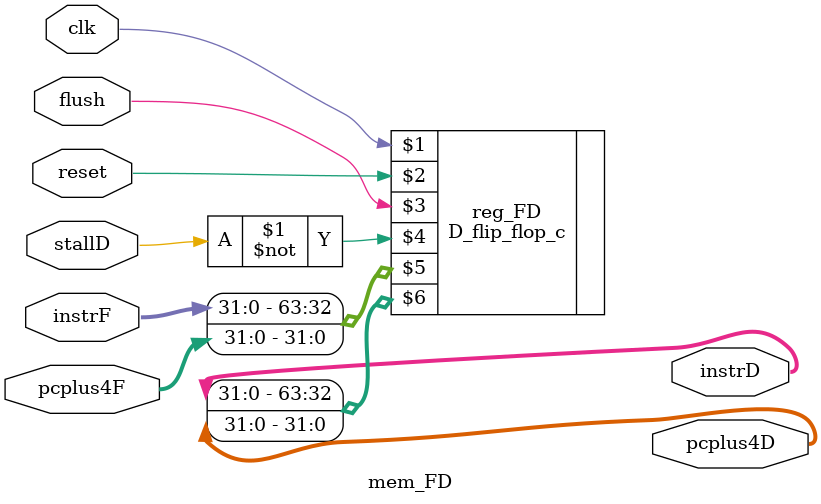
<source format=v>
module mem_FD(
    input         clk,reset,flush,stallD,
    input  [31:0] instrF,
    input  [31:0] pcplus4F,
    output [31:0] instrD,
    output [31:0] pcplus4D
);
    
    //32,32 => 64
    D_flip_flop_c #(64) reg_FD(clk,reset,flush,~stallD,
                              {instrF,pcplus4F},
                              {instrD,pcplus4D});

endmodule
</source>
